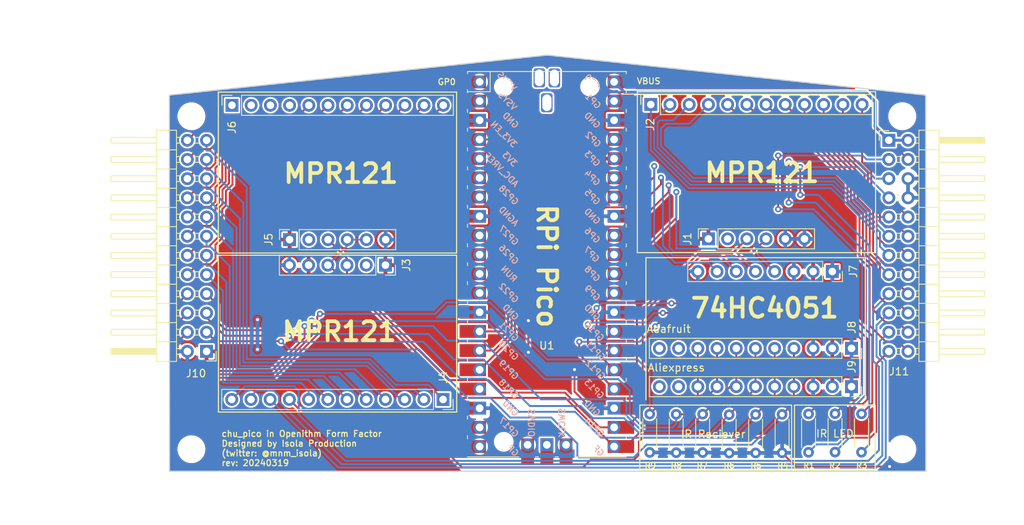
<source format=kicad_pcb>
(kicad_pcb (version 20221018) (generator pcbnew)
  (layers (0 "F.Cu" signal) (31 "B.Cu" signal) (34 "B.Paste" user) (35 "F.Paste" user) (36 "B.SilkS" user "B.Silkscreen") (37 "F.SilkS" user "F.Silkscreen") (38 "B.Mask" user) (39 "F.Mask" user) (44 "Edge.Cuts" user))
  (net 0 "")
  (net 1 "GND")
  (net 2 "/SDA")
  (net 3 "/SCL")
  (net 5 "+3V3")
  (net 6 "/K1")
  (net 7 "/K2")
  (net 8 "/K3")
  (net 9 "/K4")
  (net 10 "/K5")
  (net 11 "/K6")
  (net 12 "/K7")
  (net 13 "/K8")
  (net 14 "/K9")
  (net 15 "/K10")
  (net 16 "/K11")
  (net 17 "/K12")
  (net 19 "/K13")
  (net 20 "/K14")
  (net 21 "/K15")
  (net 22 "/K16")
  (net 23 "/K17")
  (net 24 "/K18")
  (net 25 "/K19")
  (net 26 "/K20")
  (net 27 "/K21")
  (net 28 "/K22")
  (net 29 "/K23")
  (net 30 "/K24")
  (net 32 "/K25")
  (net 33 "/K26")
  (net 34 "/K27")
  (net 35 "/K28")
  (net 36 "/K29")
  (net 37 "/K30")
  (net 38 "/K31")
  (net 39 "/K32")
  (net 44 "/MUX_2")
  (net 45 "/MUX_1")
  (net 46 "/MUX_0")
  (net 47 "/AIR_MUX_DATA")
  (net 50 "/AIR_5")
  (net 51 "/AIR_4")
  (net 52 "/AIR_3")
  (net 53 "/AIR_2")
  (net 54 "/AIR_1")
  (net 55 "/AIR_0")
  (net 58 "+5V")
  (net 59 "/LED_0_OUT")
  (net 60 "/RGB_DO")
  (net 61 "/LED_1_OUT")
  (net 62 "/LED_2_OUT")
  (net 63 "/LED_0")
  (net 64 "/LED_1")
  (net 65 "/LED_2")
  (footprint "Resistor_THT:R_Axial_DIN0204_L3.6mm_D1.6mm_P5.08mm_Horizontal" (layer "F.Cu") (at 160.71 102.9335 -90)
    (fp_text reference "R7")
    (fp_text value "R_AIR")
  )
  (footprint "Resistor_THT:R_Axial_DIN0204_L3.6mm_D1.6mm_P5.08mm_Horizontal" (layer "F.Cu") (at 178.21 107.95 90)
    (fp_text reference "R2")
    (fp_text value "33")
  )
  (footprint "Connector_PinHeader_2.54mm:PinHeader_2x12_P2.54mm_Horizontal" (layer "F.Cu") (at 95.12 94.6235 180)
    (fp_text reference "J10")
    (fp_text value "Conn_02x12_Odd_Even" hide)
  )
  (footprint "Connector_PinSocket_2.54mm:PinSocket_1x12_P2.54mm_Vertical" (layer "F.Cu") (at 126.39 100.986 -90)
    (fp_text reference "J4")
    (fp_text value "Conn_01x12" hide)
  )
  (footprint "Connector_PinSocket_2.54mm:PinSocket_1x12_P2.54mm_Vertical" (layer "F.Cu") (at 153.85 61.9535 90)
    (fp_text reference "J2")
    (fp_text value "Conn_01x12")
  )
  (footprint "Connector_PinSocket_2.54mm:PinSocket_1x11_P2.54mm_Vertical" (layer "F.Cu") (at 180.39 94.2225 -90)
    (fp_text reference "J8")
    (fp_text value "Conn_01x11" hide)
  )
  (footprint "MountingHole:MountingHole_3.2mm_M3" (layer "F.Cu") (at 187.1 107.569)
    (fp_text reference "SCR4" hide)
    (fp_text value "ScrewHole")
  )
  (footprint "Resistor_THT:R_Axial_DIN0204_L3.6mm_D1.6mm_P5.08mm_Horizontal" (layer "F.Cu") (at 171.21 102.96525 -90)
    (fp_text reference "R4")
    (fp_text value "R_AIR")
  )
  (footprint "Connector_PinSocket_2.54mm:PinSocket_1x06_P2.54mm_Vertical" (layer "F.Cu") (at 118.77 83.206 -90)
    (fp_text reference "J3")
    (fp_text value "Conn_01x06" hide)
  )
  (footprint "Connector_PinSocket_2.54mm:PinSocket_1x08_P2.54mm_Vertical" (layer "F.Cu") (at 177.85 84.0525 -90)
    (fp_text reference "J7")
    (fp_text value "Conn_01x08" hide)
  )
  (footprint "Connector_PinSocket_2.54mm:PinSocket_1x11_P2.54mm_Vertical" (layer "F.Cu") (at 180.39 99.2925 -90)
    (fp_text reference "J9")
    (fp_text value "Conn_01x11" hide)
  )
  (footprint "Resistor_THT:R_Axial_DIN0204_L3.6mm_D1.6mm_P5.08mm_Horizontal" (layer "F.Cu") (at 167.71 102.981125 -90)
    (fp_text reference "R5")
    (fp_text value "R_AIR")
  )
  (footprint "Connector_PinSocket_2.54mm:PinSocket_1x12_P2.54mm_Vertical" (layer "F.Cu") (at 98.48 62.0535 90)
    (fp_text reference "J6")
    (fp_text value "Conn_01x12" hide)
  )
  (footprint "Resistor_THT:R_Axial_DIN0204_L3.6mm_D1.6mm_P5.08mm_Horizontal" (layer "F.Cu") (at 174.71 107.98175 90)
    (fp_text reference "R1")
    (fp_text value "33")
  )
  (footprint "MountingHole:MountingHole_3.2mm_M3" (layer "F.Cu") (at 93.12 107.569)
    (fp_text reference "SCR1" hide)
    (fp_text value "ScrewHole")
  )
  (footprint "MountingHole:MountingHole_3.2mm_M3" (layer "F.Cu") (at 93.12 63.506)
    (fp_text reference "SCR2" hide)
    (fp_text value "ScrewHole")
  )
  (footprint "MCU_RaspberryPi_and_Boards:RPi_Pico_SMD_TH" (layer "F.Cu") (at 140.11 83.0885)
    (fp_text reference "U1")
    (fp_text value "Pico")
  )
  (footprint "Resistor_THT:R_Axial_DIN0204_L3.6mm_D1.6mm_P5.08mm_Horizontal" (layer "F.Cu") (at 181.71 107.965875 90)
    (fp_text reference "R3")
    (fp_text value "33")
  )
  (footprint "MountingHole:MountingHole_3.2mm_M3" (layer "F.Cu") (at 187.1 63.506)
    (fp_text reference "SCR3" hide)
    (fp_text value "ScrewHole")
  )
  (footprint "Resistor_THT:R_Axial_DIN0204_L3.6mm_D1.6mm_P5.08mm_Horizontal" (layer "F.Cu") (at 153.71 102.917625 -90)
    (fp_text reference "R9")
    (fp_text value "R_AIR")
  )
  (footprint "Connector_PinHeader_2.54mm:PinHeader_2x12_P2.54mm_Horizontal" (layer "F.Cu") (at 185.32 66.681)
    (fp_text reference "J11")
    (fp_text value "Conn_02x12_Odd_Even" hide)
  )
  (footprint "Connector_PinSocket_2.54mm:PinSocket_1x06_P2.54mm_Vertical" (layer "F.Cu") (at 161.47 79.7335 90)
    (fp_text reference "J1")
    (fp_text value "Conn_01x06" hide)
  )
  (footprint "Connector_PinSocket_2.54mm:PinSocket_1x06_P2.54mm_Vertical" (layer "F.Cu") (at 106.1 79.8335 90)
    (fp_text reference "J5")
    (fp_text value "Conn_01x06" hide)
  )
  (footprint "Resistor_THT:R_Axial_DIN0204_L3.6mm_D1.6mm_P5.08mm_Horizontal" (layer "F.Cu") (at 157.21 102.949375 -90)
    (fp_text reference "R8")
    (fp_text value "R_AIR")
  )
  (footprint "Resistor_THT:R_Axial_DIN0204_L3.6mm_D1.6mm_P5.08mm_Horizontal" (layer "F.Cu") (at 164.21 102.997 -90)
    (fp_text reference "R6")
    (fp_text value "R_AIR")
  )
  (gr_line (start 96.675 81.606) (end 96.675 60.306) (stroke (width 0.15)) (layer "F.SilkS"))
  (gr_line (start 128.19 102.656) (end 96.69 102.656) (stroke (width 0.15)) (layer "F.SilkS"))
  (gr_line (start 128.175 81.9035) (end 128.19 102.656) (stroke (width 0.15)) (layer "F.SilkS"))
  (gr_line (start 96.69 102.656) (end 96.675 81.9035) (stroke (width 0.15)) (layer "F.SilkS"))
  (gr_rect (start 152.4 101.727) (end 172.466 110.363) (stroke (width 0.15)) (fill none) (layer "F.SilkS"))
  (gr_line (start 153.21 82.2225) (end 182.21 82.2225) (stroke (width 0.15)) (layer "F.SilkS"))
  (gr_line (start 183.57 81.556) (end 152.07 81.556) (stroke (width 0.15)) (layer "F.SilkS"))
  (gr_rect (start 172.847 101.727) (end 183.515 110.363) (stroke (width 0.15)) (fill none) (layer "F.SilkS"))
  (gr_line (start 128.175 60.306) (end 128.175 81.606) (stroke (width 0.15)) (layer "F.SilkS"))
  (gr_line (start 183.57 60.256) (end 183.57 81.556) (stroke (width 0.15)) (layer "F.SilkS"))
  (gr_line (start 96.675 60.306) (end 128.175 60.306) (stroke (width 0.15)) (layer "F.SilkS"))
  (gr_line (start 128.175 81.606) (end 96.675 81.606) (stroke (width 0.15)) (layer "F.SilkS"))
  (gr_line (start 152.07 81.556) (end 152.07 60.256) (stroke (width 0.15)) (layer "F.SilkS"))
  (gr_line (start 153.21 101.0225) (end 153.21 82.2225) (stroke (width 0.15)) (layer "F.SilkS"))
  (gr_line (start 96.675 81.9035) (end 128.175 81.9035) (stroke (width 0.15)) (layer "F.SilkS"))
  (gr_line (start 182.21 101.0225) (end 182.21 82.2225) (stroke (width 0.15)) (layer "F.SilkS"))
  (gr_line (start 152.07 60.256) (end 183.57 60.256) (stroke (width 0.15)) (layer "F.SilkS"))
  (gr_line (start 90.2 60.7) (end 90.22 110.49) (stroke (width 0.15)) (layer "Edge.Cuts"))
  (gr_line (start 190.22 110.49) (end 190.2 60.7) (stroke (width 0.15)) (layer "Edge.Cuts"))
  (gr_line (start 140.17 55.406) (end 90.2 60.7) (stroke (width 0.15)) (layer "Edge.Cuts"))
  (gr_line (start 90.22 110.49) (end 190.22 110.49) (stroke (width 0.15)) (layer "Edge.Cuts"))
  (gr_line (start 140.17 55.406) (end 190.2 60.7) (stroke (width 0.15)) (layer "Edge.Cuts"))
  (gr_text "chu_pico in Openithm Form Factor\nDesigned by Isola Production\n(twitter: @mnm_isola)\nrev: 20240319" (at 97.028 109.855) (layer "F.SilkS") (effects (font (size 0.8 0.8) (thickness 0.15) bold) (justify left bottom)))
  (gr_text "IR LED" (at 175.61731 106.0975) (layer "F.SilkS") (effects (font (size 1 1)) (justify left bottom)))
  (gr_text "Aliexpress" (at 157.226 96.774) (layer "F.SilkS") (effects (font (size 1 1))))
  (gr_text "IR Reciever" (at 157.734 106.161) (layer "F.SilkS") (effects (font (size 1 1)) (justify left bottom)))
  (gr_text "Adafruit" (at 156.21 91.65) (layer "F.SilkS") (effects (font (size 1 1))))
  (gr_text "MPR121" (at 112.88 71.0785) (layer "F.SilkS") (effects (font (size 2.5 2.5) (thickness 0.5))))
  (gr_text "MPR121" (at 168.545 70.9785) (layer "F.SilkS") (effects (font (size 2.5 2.5) (thickness 0.5))))
  (gr_text "74HC4051" (at 168.91 88.9) (layer "F.SilkS") (effects (font (size 2.5 2.5) (thickness 0.5))))
  (gr_text "MPR121" (at 112.675 92.0035) (layer "F.SilkS") (effects (font (size 2.5 2.5) (thickness 0.5))))
  (gr_text "RPi Pico\n" (at 140.11 83.3335 270) (layer "F.SilkS") (effects (font (size 2.5 2.5) (thickness 0.5))))
  (segment (start 171.21 108.04525) (end 173.01975 109.855) (width 0.25) (layer "F.Cu") (net 1))
  (segment (start 149 102.1385) (end 145.9535 102.1385) (width 0.25) (layer "F.Cu") (net 1))
  (segment (start 137.668 94.742) (end 137.668 90.551) (width 0.25) (layer "F.Cu") (net 1))
  (segment (start 173.01975 109.855) (end 185.42 109.855) (width 0.25) (layer "F.Cu") (net 1))
  (segment (start 145.9535 102.1385) (end 143.764 99.949) (width 0.25) (layer "F.Cu") (net 1))
  (segment (start 143.764 99.949) (end 143.764 97.028) (width 0.25) (layer "F.Cu") (net 1))
  (via (at 185.42 109.855) (size 0.8) (drill 0.4) (layers "F.Cu" "B.Cu") (net 1))
  (via (at 137.668 94.742) (size 0.8) (drill 0.4) (layers "F.Cu" "B.Cu") (net 1))
  (via (at 143.764 97.028) (size 0.8) (drill 0.4) (layers "F.Cu" "B.Cu") (net 1))
  (via (at 137.668 90.551) (size 0.8) (drill 0.4) (layers "F.Cu" "B.Cu") (net 1))
  (segment (start 142.555 100.7735) (end 149 107.2185) (width 0.25) (layer "F.Cu") (net 2))
  (segment (start 111.271604 83.206) (end 128.143 100.077396) (width 0.25) (layer "F.Cu") (net 2))
  (segment (start 152.781 89.662) (end 160.332 82.111) (width 0.25) (layer "F.Cu") (net 2))
  (segment (start 111.15 83.206) (end 111.271604 83.206) (width 0.25) (layer "F.Cu") (net 2))
  (segment (start 128.143 100.7735) (end 142.555 100.7735) (width 0.25) (layer "F.Cu") (net 2))
  (segment (start 152.781 104.9645) (end 152.781 103.438194) (width 0.25) (layer "F.Cu") (net 2))
  (segment (start 152.781 102.397056) (end 152.781 89.662) (width 0.25) (layer "F.Cu") (net 2))
  (segment (start 160.332 82.111) (end 166.7125 82.111) (width 0.25) (layer "F.Cu") (net 2))
  (segment (start 150.527 107.2185) (end 152.781 104.9645) (width 0.25) (layer "F.Cu") (net 2))
  (segment (start 149 107.2185) (end 150.527 107.2185) (width 0.25) (layer "F.Cu") (net 2))
  (segment (start 152.781 103.438194) (end 152.685 103.342194) (width 0.25) (layer "F.Cu") (net 2))
  (segment (start 128.143 100.077396) (end 128.143 100.7735) (width 0.25) (layer "F.Cu") (net 2))
  (segment (start 152.685 103.342194) (end 152.685 102.493056) (width 0.25) (layer "F.Cu") (net 2))
  (segment (start 152.685 102.493056) (end 152.781 102.397056) (width 0.25) (layer "F.Cu") (net 2))
  (segment (start 166.7125 82.111) (end 169.09 79.7335) (width 0.25) (layer "F.Cu") (net 2))
  (segment (start 111.15 83.206) (end 113.72 80.636) (width 0.25) (layer "B.Cu") (net 2))
  (segment (start 113.72 79.8335) (end 116.26 79.8335) (width 0.25) (layer "B.Cu") (net 2))
  (segment (start 113.72 80.636) (end 113.72 79.8335) (width 0.25) (layer "B.Cu") (net 2))
  (segment (start 127.1255 98.4235) (end 113.69 84.988) (width 0.25) (layer "F.Cu") (net 3))
  (segment (start 152.235 101.308) (end 152.235 103.0535) (width 0.25) (layer "F.Cu") (net 3))
  (segment (start 113.69 82.3435) (end 113.69 83.206) (width 0.25) (layer "F.Cu") (net 3))
  (segment (start 149 104.6785) (end 147.09575 104.6785) (width 0.25) (layer "F.Cu") (net 3))
  (segment (start 164.6225 81.661) (end 160.145604 81.661) (width 0.25) (layer "F.Cu") (net 3))
  (segment (start 147.09575 104.6785) (end 142.49325 100.076) (width 0.25) (layer "F.Cu") (net 3))
  (segment (start 152.019 89.787604) (end 152.019 101.092) (width 0.25) (layer "F.Cu") (net 3))
  (segment (start 111.18 79.8335) (end 113.69 82.3435) (width 0.25) (layer "F.Cu") (net 3))
  (segment (start 166.55 79.7335) (end 164.6225 81.661) (width 0.25) (layer "F.Cu") (net 3))
  (segment (start 160.145604 81.661) (end 152.019 89.787604) (width 0.25) (layer "F.Cu") (net 3))
  (segment (start 134.0475 100.076) (end 132.395 98.4235) (width 0.25) (layer "F.Cu") (net 3))
  (segment (start 152.235 103.0535) (end 150.61 104.6785) (width 0.25) (layer "F.Cu") (net 3))
  (segment (start 113.69 84.988) (end 113.69 83.206) (width 0.25) (layer "F.Cu") (net 3))
  (segment (start 132.395 98.4235) (end 127.1255 98.4235) (width 0.25) (layer "F.Cu") (net 3))
  (segment (start 150.61 104.6785) (end 149 104.6785) (width 0.25) (layer "F.Cu") (net 3))
  (segment (start 142.49325 100.076) (end 134.0475 100.076) (width 0.25) (layer "F.Cu") (net 3))
  (segment (start 152.019 101.092) (end 152.235 101.308) (width 0.25) (layer "F.Cu") (net 3))
  (via (at 101.854 94.361) (size 0.8) (drill 0.4) (layers "F.Cu" "B.Cu") (net 5))
  (via (at 101.854 90.424) (size 0.8) (drill 0.4) (layers "F.Cu" "B.Cu") (net 5))
  (segment (start 101.854 90.424) (end 101.854 94.361) (width 0.5) (layer "B.Cu") (net 5))
  (segment (start 183.007 73.649701) (end 185.023299 75.666) (width 0.25) (layer "F.Cu") (net 6))
  (segment (start 186.685 75.666) (end 187.86 76.841) (width 0.25) (layer "F.Cu") (net 6))
  (segment (start 181.79 61.9535) (end 181.79 69.567916) (width 0.25) (layer "F.Cu") (net 6))
  (segment (start 185.023299 75.666) (end 186.685 75.666) (width 0.25) (layer "F.Cu") (net 6))
  (segment (start 183.007 70.784916) (end 183.007 73.649701) (width 0.25) (layer "F.Cu") (net 6))
  (segment (start 181.79 69.567916) (end 183.007 70.784916) (width 0.25) (layer "F.Cu") (net 6))
  (segment (start 186.685 78.206) (end 185.023299 78.206) (width 0.25) (layer "F.Cu") (net 7))
  (segment (start 182.557 70.971312) (end 179.25 67.664312) (width 0.25) (layer "F.Cu") (net 7))
  (segment (start 185.023299 78.206) (end 184.145 77.327701) (width 0.25) (layer "F.Cu") (net 7))
  (segment (start 187.86 79.381) (end 186.685 78.206) (width 0.25) (layer "F.Cu") (net 7))
  (segment (start 179.25 67.664312) (end 179.25 61.9535) (width 0.25) (layer "F.Cu") (net 7))
  (segment (start 184.145 75.424097) (end 182.557 73.836097) (width 0.25) (layer "F.Cu") (net 7))
  (segment (start 182.557 73.836097) (end 182.557 70.971312) (width 0.25) (layer "F.Cu") (net 7))
  (segment (start 184.145 77.327701) (end 184.145 75.424097) (width 0.25) (layer "F.Cu") (net 7))
  (segment (start 183.695 79.417701) (end 185.023299 80.746) (width 0.25) (layer "F.Cu") (net 8))
  (segment (start 186.685 80.746) (end 187.86 81.921) (width 0.25) (layer "F.Cu") (net 8))
  (segment (start 176.71 61.9535) (end 176.71 65.760708) (width 0.25) (layer "F.Cu") (net 8))
  (segment (start 183.695 75.610493) (end 183.695 79.417701) (width 0.25) (layer "F.Cu") (net 8))
  (segment (start 176.71 65.760708) (end 182.107 71.157708) (width 0.25) (layer "F.Cu") (net 8))
  (segment (start 185.023299 80.746) (end 186.685 80.746) (width 0.25) (layer "F.Cu") (net 8))
  (segment (start 182.107 74.022493) (end 183.695 75.610493) (width 0.25) (layer "F.Cu") (net 8))
  (segment (start 182.107 71.157708) (end 182.107 74.022493) (width 0.25) (layer "F.Cu") (net 8))
  (segment (start 174.17 61.9535) (end 174.17 63.857104) (width 0.25) (layer "F.Cu") (net 9))
  (segment (start 181.657 74.208889) (end 183.245 75.796889) (width 0.25) (layer "F.Cu") (net 9))
  (segment (start 183.245 81.507701) (end 185.023299 83.286) (width 0.25) (layer "F.Cu") (net 9))
  (segment (start 174.17 63.857104) (end 181.657 71.344104) (width 0.25) (layer "F.Cu") (net 9))
  (segment (start 181.657 71.344104) (end 181.657 74.208889) (width 0.25) (layer "F.Cu") (net 9))
  (segment (start 185.023299 83.286) (end 186.685 83.286) (width 0.25) (layer "F.Cu") (net 9))
  (segment (start 183.245 75.796889) (end 183.245 81.507701) (width 0.25) (layer "F.Cu") (net 9))
  (segment (start 186.685 83.286) (end 187.86 84.461) (width 0.25) (layer "F.Cu") (net 9))
  (segment (start 185.023299 85.826) (end 186.685 85.826) (width 0.25) (layer "F.Cu") (net 10))
  (segment (start 186.685 85.826) (end 187.86 87.001) (width 0.25) (layer "F.Cu") (net 10))
  (segment (start 171.63 61.9535) (end 181.207 71.5305) (width 0.25) (layer "F.Cu") (net 10))
  (segment (start 184.145 83.974299) (end 184.145 84.947701) (width 0.25) (layer "F.Cu") (net 10))
  (segment (start 182.795 75.983285) (end 182.795 81.694097) (width 0.25) (layer "F.Cu") (net 10))
  (segment (start 184.145 84.947701) (end 185.023299 85.826) (width 0.25) (layer "F.Cu") (net 10))
  (segment (start 184.15 83.049097) (end 184.15 83.969299) (width 0.25) (layer "F.Cu") (net 10))
  (segment (start 184.15 83.969299) (end 184.145 83.974299) (width 0.25) (layer "F.Cu") (net 10))
  (segment (start 181.207 71.5305) (end 181.207 74.395285) (width 0.25) (layer "F.Cu") (net 10))
  (segment (start 182.795 81.694097) (end 184.15 83.049097) (width 0.25) (layer "F.Cu") (net 10))
  (segment (start 181.207 74.395285) (end 182.795 75.983285) (width 0.25) (layer "F.Cu") (net 10))
  (segment (start 186.584 88.265) (end 187.86 89.541) (width 0.25) (layer "F.Cu") (net 11))
  (segment (start 180.757 74.581681) (end 182.345 76.169681) (width 0.25) (layer "F.Cu") (net 11))
  (segment (start 183.695 87.037701) (end 184.922299 88.265) (width 0.25) (layer "F.Cu") (net 11))
  (segment (start 183.695 83.238) (end 183.695 87.037701) (width 0.25) (layer "F.Cu") (net 11))
  (segment (start 184.922299 88.265) (end 186.584 88.265) (width 0.25) (layer "F.Cu") (net 11))
  (segment (start 182.345 76.169681) (end 182.345 81.888) (width 0.25) (layer "F.Cu") (net 11))
  (segment (start 174.647 65.681) (end 180.757 71.791) (width 0.25) (layer "F.Cu") (net 11))
  (segment (start 182.345 81.888) (end 183.695 83.238) (width 0.25) (layer "F.Cu") (net 11))
  (segment (start 169.09 61.9535) (end 172.8175 65.681) (width 0.25) (layer "F.Cu") (net 11))
  (segment (start 180.757 71.791) (end 180.757 74.581681) (width 0.25) (layer "F.Cu") (net 11))
  (segment (start 172.8175 65.681) (end 174.647 65.681) (width 0.25) (layer "F.Cu") (net 11))
  (segment (start 166.55 61.9535) (end 170.7275 66.131) (width 0.25) (layer "F.Cu") (net 12))
  (segment (start 174.460604 66.131) (end 180.307 71.977396) (width 0.25) (layer "F.Cu") (net 12))
  (segment (start 183.245 89.127701) (end 185.023299 90.906) (width 0.25) (layer "F.Cu") (net 12))
  (segment (start 181.895 76.356077) (end 181.895 82.074396) (width 0.25) (layer "F.Cu") (net 12))
  (segment (start 181.895 82.074396) (end 183.245 83.424396) (width 0.25) (layer "F.Cu") (net 12))
  (segment (start 170.7275 66.131) (end 174.460604 66.131) (width 0.25) (layer "F.Cu") (net 12))
  (segment (start 183.245 83.424396) (end 183.245 89.127701) (width 0.25) (layer "F.Cu") (net 12))
  (segment (start 180.307 74.768077) (end 181.895 76.356077) (width 0.25) (layer "F.Cu") (net 12))
  (segment (start 180.307 71.977396) (end 180.307 74.768077) (width 0.25) (layer "F.Cu") (net 12))
  (segment (start 185.023299 90.906) (end 186.685 90.906) (width 0.25) (layer "F.Cu") (net 12))
  (segment (start 186.685 90.906) (end 187.86 92.081) (width 0.25) (layer "F.Cu") (net 12))
  (segment (start 181.445 76.542473) (end 181.445 82.260792) (width 0.25) (layer "F.Cu") (net 13))
  (segment (start 182.795 91.217701) (end 184.922299 93.345) (width 0.25) (layer "F.Cu") (net 13))
  (segment (start 181.445 82.260792) (end 182.795 83.610792) (width 0.25) (layer "F.Cu") (net 13))
  (segment (start 174.15 66.581) (end 179.857 72.288) (width 0.25) (layer "F.Cu") (net 13))
  (segment (start 164.01 61.9535) (end 168.6375 66.581) (width 0.25) (layer "F.Cu") (net 13))
  (segment (start 182.795 83.610792) (end 182.795 91.217701) (width 0.25) (layer "F.Cu") (net 13))
  (segment (start 186.584 93.345) (end 187.86 94.621) (width 0.25) (layer "F.Cu") (net 13))
  (segment (start 168.6375 66.581) (end 174.15 66.581) (width 0.25) (layer "F.Cu") (net 13))
  (segment (start 184.922299 93.345) (end 186.584 93.345) (width 0.25) (layer "F.Cu") (net 13))
  (segment (start 179.857 72.288) (end 179.857 74.954473) (width 0.25) (layer "F.Cu") (net 13))
  (segment (start 179.857 74.954473) (end 181.445 76.542473) (width 0.25) (layer "F.Cu") (net 13))
  (segment (start 155.2 67.438812) (end 159.436188 71.675) (width 0.25) (layer "B.Cu") (net 14))
  (segment (start 155.2 65.145) (end 155.2 67.438812) (width 0.25) (layer "B.Cu") (net 14))
  (segment (start 161.47 61.9535) (end 158.93 64.4935) (width 0.25) (layer "B.Cu") (net 14))
  (segment (start 158.93 64.4935) (end 155.8515 64.4935) (width 0.25) (layer "B.Cu") (net 14))
  (segment (start 159.436188 71.675) (end 178.250396 71.675) (width 0.25) (layer "B.Cu") (net 14))
  (segment (start 155.8515 64.4935) (end 155.2 65.145) (width 0.25) (layer "B.Cu") (net 14))
  (segment (start 178.250396 71.675) (end 183.416396 76.841) (width 0.25) (layer "B.Cu") (net 14))
  (segment (start 183.416396 76.841) (end 185.32 76.841) (width 0.25) (layer "B.Cu") (net 14))
  (segment (start 159.249792 72.125) (end 178.064 72.125) (width 0.25) (layer "B.Cu") (net 15))
  (segment (start 155.0315 64.0435) (end 154.75 64.325) (width 0.25) (layer "B.Cu") (net 15))
  (segment (start 154.75 64.325) (end 154.75 67.625208) (width 0.25) (layer "B.Cu") (net 15))
  (segment (start 178.064 72.125) (end 185.32 79.381) (width 0.25) (layer "B.Cu") (net 15))
  (segment (start 158.93 61.9535) (end 156.84 64.0435) (width 0.25) (layer "B.Cu") (net 15))
  (segment (start 156.84 64.0435) (end 155.0315 64.0435) (width 0.25) (layer "B.Cu") (net 15))
  (segment (start 154.75 67.625208) (end 159.249792 72.125) (width 0.25) (layer "B.Cu") (net 15))
  (segment (start 154.3 64.0435) (end 154.3 67.811604) (width 0.25) (layer "B.Cu") (net 16))
  (segment (start 156.39 61.9535) (end 154.3 64.0435) (width 0.25) (layer "B.Cu") (net 16))
  (segment (start 184.145 78.842396) (end 184.145 80.746) (width 0.25) (layer "B.Cu") (net 16))
  (segment (start 154.3 67.811604) (end 159.063396 72.575) (width 0.25) (layer "B.Cu") (net 16))
  (segment (start 159.063396 72.575) (end 177.877604 72.575) (width 0.25) (layer "B.Cu") (net 16))
  (segment (start 184.145 80.746) (end 185.32 81.921) (width 0.25) (layer "B.Cu") (net 16))
  (segment (start 177.877604 72.575) (end 184.145 78.842396) (width 0.25) (layer "B.Cu") (net 16))
  (segment (start 153.85 67.998) (end 158.877 73.025) (width 0.25) (layer "B.Cu") (net 17))
  (segment (start 183.695 79.028792) (end 183.695 82.836) (width 0.25) (layer "B.Cu") (net 17))
  (segment (start 183.695 82.836) (end 185.32 84.461) (width 0.25) (layer "B.Cu") (net 17))
  (segment (start 158.877 73.025) (end 177.691208 73.025) (width 0.25) (layer "B.Cu") (net 17))
  (segment (start 153.85 61.9535) (end 153.85 67.998) (width 0.25) (layer "B.Cu") (net 17))
  (segment (start 177.691208 73.025) (end 183.695 79.028792) (width 0.25) (layer "B.Cu") (net 17))
  (segment (start 183.245 89.076) (end 183.245 95.885) (width 0.25) (layer "B.Cu") (net 19))
  (segment (start 184.012 107.707) (end 182.617 109.102) (width 0.25) (layer "B.Cu") (net 19))
  (segment (start 185.32 87.001) (end 183.245 89.076) (width 0.25) (layer "B.Cu") (net 19))
  (segment (start 107.315 102.997) (end 107.315 99.822) (width 0.25) (layer "B.Cu") (net 19))
  (segment (start 182.617 109.102) (end 113.42 109.102) (width 0.25) (layer "B.Cu") (net 19))
  (segment (start 106.738 99.245) (end 100.191 99.245) (width 0.25) (layer "B.Cu") (net 19))
  (segment (start 183.245 95.885) (end 184.012 96.652) (width 0.25) (layer "B.Cu") (net 19))
  (segment (start 113.42 109.102) (end 107.315 102.997) (width 0.25) (layer "B.Cu") (net 19))
  (segment (start 184.012 96.652) (end 184.012 107.707) (width 0.25) (layer "B.Cu") (net 19))
  (segment (start 100.191 99.245) (end 98.45 100.986) (width 0.25) (layer "B.Cu") (net 19))
  (segment (start 107.315 99.822) (end 106.738 99.245) (width 0.25) (layer "B.Cu") (net 19))
  (segment (start 185.32 89.541) (end 183.695 91.166) (width 0.25) (layer "B.Cu") (net 20))
  (segment (start 104.705 100.499299) (end 104.016701 99.811) (width 0.25) (layer "B.Cu") (net 20))
  (segment (start 183.695 91.166) (end 183.695 95.294097) (width 0.25) (layer "B.Cu") (net 20))
  (segment (start 184.462 108.4) (end 183.31 109.552) (width 0.25) (layer "B.Cu") (net 20))
  (segment (start 183.31 109.552) (end 112.974299 109.552) (width 0.25) (layer "B.Cu") (net 20))
  (segment (start 112.974299 109.552) (end 104.705 101.282701) (width 0.25) (layer "B.Cu") (net 20))
  (segment (start 101.738 99.811) (end 100.99 100.559) (width 0.25) (layer "B.Cu") (net 20))
  (segment (start 184.462 96.061097) (end 184.462 108.4) (width 0.25) (layer "B.Cu") (net 20))
  (segment (start 183.695 95.294097) (end 184.462 96.061097) (width 0.25) (layer "B.Cu") (net 20))
  (segment (start 104.705 101.282701) (end 104.705 100.499299) (width 0.25) (layer "B.Cu") (net 20))
  (segment (start 104.016701 99.811) (end 101.738 99.811) (width 0.25) (layer "B.Cu") (net 20))
  (segment (start 100.99 100.559) (end 100.99 100.986) (width 0.25) (layer "B.Cu") (net 20))
  (segment (start 185.32 92.081) (end 184.145 93.256) (width 0.25) (layer "B.Cu") (net 21))
  (segment (start 183.622 110.002) (end 112.546 110.002) (width 0.25) (layer "B.Cu") (net 21))
  (segment (start 184.145 93.256) (end 184.145 95.107701) (width 0.25) (layer "B.Cu") (net 21))
  (segment (start 112.546 110.002) (end 103.53 100.986) (width 0.25) (layer "B.Cu") (net 21))
  (segment (start 184.912 95.874701) (end 184.912 108.712) (width 0.25) (layer "B.Cu") (net 21))
  (segment (start 184.145 95.107701) (end 184.912 95.874701) (width 0.25) (layer "B.Cu") (net 21))
  (segment (start 184.912 108.712) (end 183.622 110.002) (width 0.25) (layer "B.Cu") (net 21))
  (segment (start 183.6585 105.2665) (end 182.88 106.045) (width 0.25) (layer "F.Cu") (net 22))
  (segment (start 128.8865 109.9635) (end 127.635 108.712) (width 0.25) (layer "F.Cu") (net 22))
  (segment (start 107.446 102.362) (end 106.07 100.986) (width 0.25) (layer "F.Cu") (net 22))
  (segment (start 126.238 102.362) (end 107.446 102.362) (width 0.25) (layer "F.Cu") (net 22))
  (segment (start 185.32 94.621) (end 183.6585 96.2825) (width 0.25) (layer "F.Cu") (net 22))
  (segment (start 182.88 106.045) (end 152.781 106.045) (width 0.25) (layer "F.Cu") (net 22))
  (segment (start 152.781 106.045) (end 152.273 106.553) (width 0.25) (layer "F.Cu") (net 22))
  (segment (start 183.6585 96.2825) (end 183.6585 105.2665) (width 0.25) (layer "F.Cu") (net 22))
  (segment (start 151.638 108.966) (end 145.9045 108.966) (width 0.25) (layer "F.Cu") (net 22))
  (segment (start 152.273 106.553) (end 152.273 108.331) (width 0.25) (layer "F.Cu") (net 22))
  (segment (start 127.635 108.712) (end 127.635 103.759) (width 0.25) (layer "F.Cu") (net 22))
  (segment (start 127.635 103.759) (end 126.238 102.362) (width 0.25) (layer "F.Cu") (net 22))
  (segment (start 152.273 108.331) (end 151.638 108.966) (width 0.25) (layer "F.Cu") (net 22))
  (segment (start 145.9045 108.966) (end 144.907 109.9635) (width 0.25) (layer "F.Cu") (net 22))
  (segment (start 144.907 109.9635) (end 128.8865 109.9635) (width 0.25) (layer "F.Cu") (net 22))
  (segment (start 108.61 99.783919) (end 108.61 100.986) (width 0.25) (layer "B.Cu") (net 23))
  (segment (start 107.621081 98.795) (end 108.61 99.783919) (width 0.25) (layer "B.Cu") (net 23))
  (segment (start 95.12 84.4635) (end 97.282 86.6255) (width 0.25) (layer "B.Cu") (net 23))
  (segment (start 99.993604 98.806) (end 100.004604 98.795) (width 0.25) (layer "B.Cu") (net 23))
  (segment (start 97.282 98.806) (end 99.993604 98.806) (width 0.25) (layer "B.Cu") (net 23))
  (segment (start 97.282 86.6255) (end 97.282 98.806) (width 0.25) (layer "B.Cu") (net 23))
  (segment (start 100.004604 98.795) (end 107.621081 98.795) (width 0.25) (layer "B.Cu") (net 23))
  (segment (start 97.732 98.345) (end 108.509 98.345) (width 0.25) (layer "B.Cu") (net 24))
  (segment (start 108.509 98.345) (end 111.15 100.986) (width 0.25) (layer "B.Cu") (net 24))
  (segment (start 95.12 83.2885) (end 95.606701 83.2885) (width 0.25) (layer "B.Cu") (net 24))
  (segment (start 95.606701 83.2885) (end 97.732 85.413799) (width 0.25) (layer "B.Cu") (net 24))
  (segment (start 97.732 85.413799) (end 97.732 98.345) (width 0.25) (layer "B.Cu") (net 24))
  (segment (start 95.12 81.9235) (end 95.12 83.2885) (width 0.25) (layer "B.Cu") (net 24))
  (segment (start 98.182 83.323799) (end 98.182 97.895) (width 0.25) (layer "B.Cu") (net 25))
  (segment (start 95.12 79.3835) (end 95.12 80.7485) (width 0.25) (layer "B.Cu") (net 25))
  (segment (start 95.12 80.7485) (end 95.606701 80.7485) (width 0.25) (layer "B.Cu") (net 25))
  (segment (start 98.182 97.895) (end 110.599 97.895) (width 0.25) (layer "B.Cu") (net 25))
  (segment (start 95.606701 80.7485) (end 98.182 83.323799) (width 0.25) (layer "B.Cu") (net 25))
  (segment (start 110.599 97.895) (end 113.69 100.986) (width 0.25) (layer "B.Cu") (net 25))
  (segment (start 98.632 81.233799) (end 98.632 97.445) (width 0.25) (layer "B.Cu") (net 26))
  (segment (start 95.606701 78.2085) (end 98.632 81.233799) (width 0.25) (layer "B.Cu") (net 26))
  (segment (start 95.12 78.2085) (end 95.606701 78.2085) (width 0.25) (layer "B.Cu") (net 26))
  (segment (start 112.689 97.445) (end 116.23 100.986) (width 0.25) (layer "B.Cu") (net 26))
  (segment (start 98.632 97.445) (end 112.689 97.445) (width 0.25) (layer "B.Cu") (net 26))
  (segment (start 95.12 76.8435) (end 95.12 78.2085) (width 0.25) (layer "B.Cu") (net 26))
  (segment (start 99.082 96.995) (end 114.779 96.995) (width 0.25) (layer "B.Cu") (net 27))
  (segment (start 99.082 78.2655) (end 99.082 96.995) (width 0.25) (layer "B.Cu") (net 27))
  (segment (start 95.12 74.3035) (end 99.082 78.2655) (width 0.25) (layer "B.Cu") (net 27))
  (segment (start 114.779 96.995) (end 118.77 100.986) (width 0.25) (layer "B.Cu") (net 27))
  (segment (start 99.532 77.053799) (end 99.532 96.545) (width 0.25) (layer "B.Cu") (net 28))
  (segment (start 99.532 96.545) (end 116.354208 96.545) (width 0.25) (layer "B.Cu") (net 28))
  (segment (start 95.606701 73.1285) (end 99.532 77.053799) (width 0.25) (layer "B.Cu") (net 28))
  (segment (start 95.12 73.1285) (end 95.606701 73.1285) (width 0.25) (layer "B.Cu") (net 28))
  (segment (start 120.795208 100.986) (end 121.31 100.986) (width 0.25) (layer "B.Cu") (net 28))
  (segment (start 116.354208 96.545) (end 120.795208 100.986) (width 0.25) (layer "B.Cu") (net 28))
  (segment (start 95.12 71.7635) (end 95.12 73.1285) (width 0.25) (layer "B.Cu") (net 28))
  (segment (start 95.12 70.5885) (end 95.606701 70.5885) (width 0.25) (layer "B.Cu") (net 29))
  (segment (start 95.12 69.2235) (end 95.12 70.5885) (width 0.25) (layer "B.Cu") (net 29))
  (segment (start 116.540604 96.095) (end 120.135 99.689396) (width 0.25) (layer "B.Cu") (net 29))
  (segment (start 99.982 96.095) (end 116.540604 96.095) (width 0.25) (layer "B.Cu") (net 29))
  (segment (start 99.982 74.963799) (end 99.982 96.095) (width 0.25) (layer "B.Cu") (net 29))
  (segment (start 95.606701 70.5885) (end 99.982 74.963799) (width 0.25) (layer "B.Cu") (net 29))
  (segment (start 120.135 99.689396) (end 122.553396 99.689396) (width 0.25) (layer "B.Cu") (net 29))
  (segment (start 122.553396 99.689396) (end 123.85 100.986) (width 0.25) (layer "B.Cu") (net 29))
  (segment (start 95.12 68.0485) (end 95.606701 68.0485) (width 0.25) (layer "B.Cu") (net 30))
  (segment (start 100.432 95.645) (end 116.727 95.645) (width 0.25) (layer "B.Cu") (net 30))
  (segment (start 100.432 72.873799) (end 100.432 95.645) (width 0.25) (layer "B.Cu") (net 30))
  (segment (start 95.606701 68.0485) (end 100.432 72.873799) (width 0.25) (layer "B.Cu") (net 30))
  (segment (start 124.457 99.053) (end 126.39 100.986) (width 0.25) (layer "B.Cu") (net 30))
  (segment (start 116.727 95.645) (end 120.135 99.053) (width 0.25) (layer "B.Cu") (net 30))
  (segment (start 120.135 99.053) (end 124.457 99.053) (width 0.25) (layer "B.Cu") (net 30))
  (segment (start 95.12 66.6835) (end 95.12 68.0485) (width 0.25) (layer "B.Cu") (net 30))
  (segment (start 96.295 82.410201) (end 96.295 80.506597) (width 0.25) (layer "F.Cu") (net 32))
  (segment (start 98.545 72.545785) (end 98.545 69.223396) (width 0.25) (layer "F.Cu") (net 32))
  (segment (start 94.633299 83.0985) (end 95.606701 83.0985) (width 0.25) (layer "F.Cu") (net 32))
  (segment (start 92.58 84.4635) (end 94.28915 82.75435) (width 0.25) (layer "F.Cu") (net 32))
  (segment (start 95.606701 83.0985) (end 96.295 82.410201) (width 0.25) (layer "F.Cu") (net 32))
  (segment (start 99.061396 68.707) (end 119.7665 68.707) (width 0.25) (layer "F.Cu") (net 32))
  (segment (start 97.674 73.416785) (end 98.545 72.545785) (width 0.25) (layer "F.Cu") (net 32))
  (segment (start 98.545 69.223396) (end 99.061396 68.707) (width 0.25) (layer "F.Cu") (net 32))
  (segment (start 94.28915 82.75435) (end 94.633299 83.0985) (width 0.25) (layer "F.Cu") (net 32))
  (segment (start 97.674 75.320389) (end 97.674 73.416785) (width 0.25) (layer "F.Cu") (net 32))
  (segment (start 97.195 75.799389) (end 97.674 75.320389) (width 0.25) (layer "F.Cu") (net 32))
  (segment (start 97.195 79.606597) (end 97.195 75.799389) (width 0.25) (layer "F.Cu") (net 32))
  (segment (start 96.295 80.506597) (end 97.195 79.606597) (width 0.25) (layer "F.Cu") (net 32))
  (segment (start 119.7665 68.707) (end 126.42 62.0535) (width 0.25) (layer "F.Cu") (net 32))
  (segment (start 96.745 79.420201) (end 95.416701 80.7485) (width 0.25) (layer "F.Cu") (net 33))
  (segment (start 98.095 69.037) (end 98.095 72.359389) (width 0.25) (layer "F.Cu") (net 33))
  (segment (start 97.224 75.133993) (end 96.745 75.612993) (width 0.25) (layer "F.Cu") (net 33))
  (segment (start 98.095 72.359389) (end 97.224 73.230389) (width 0.25) (layer "F.Cu") (net 33))
  (segment (start 123.88 62.0535) (end 117.725 68.2085) (width 0.25) (layer "F.Cu") (net 33))
  (segment (start 96.745 75.612993) (end 96.745 79.420201) (width 0.25) (layer "F.Cu") (net 33))
  (segment (start 95.416701 80.7485) (end 93.755 80.7485) (width 0.25) (layer "F.Cu") (net 33))
  (segment (start 98.9235 68.2085) (end 98.095 69.037) (width 0.25) (layer "F.Cu") (net 33))
  (segment (start 97.224 73.230389) (end 97.224 75.133993) (width 0.25) (layer "F.Cu") (net 33))
  (segment (start 93.755 80.7485) (end 92.58 81.9235) (width 0.25) (layer "F.Cu") (net 33))
  (segment (start 117.725 68.2085) (end 98.9235 68.2085) (width 0.25) (layer "F.Cu") (net 33))
  (segment (start 97.645 72.172993) (end 97.645 68.600792) (width 0.25) (layer "F.Cu") (net 34))
  (segment (start 96.295 77.330201) (end 96.295 75.426597) (width 0.25) (layer "F.Cu") (net 34))
  (segment (start 94.633299 78.0185) (end 95.606701 78.0185) (width 0.25) (layer "F.Cu") (net 34))
  (segment (start 115.635 67.7585) (end 121.34 62.0535) (width 0.25) (layer "F.Cu") (net 34))
  (segment (start 92.58 79.3835) (end 94.28915 77.67435) (width 0.25) (layer "F.Cu") (net 34))
  (segment (start 96.774 74.947597) (end 96.774 73.043993) (width 0.25) (layer "F.Cu") (net 34))
  (segment (start 96.774 73.043993) (end 97.645 72.172993) (width 0.25) (layer "F.Cu") (net 34))
  (segment (start 98.487292 67.7585) (end 115.635 67.7585) (width 0.25) (layer "F.Cu") (net 34))
  (segment (start 97.645 68.600792) (end 98.487292 67.7585) (width 0.25) (layer "F.Cu") (net 34))
  (segment (start 95.606701 78.0185) (end 96.295 77.330201) (width 0.25) (layer "F.Cu") (net 34))
  (segment (start 94.28915 77.67435) (end 94.633299 78.0185) (width 0.25) (layer "F.Cu") (net 34))
  (segment (start 96.295 75.426597) (end 96.774 74.947597) (width 0.25) (layer "F.Cu") (net 34))
  (segment (start 94.28915 75.13435) (end 94.633299 75.4785) (width 0.25) (layer "F.Cu") (net 35))
  (segment (start 98.300896 67.3085) (end 113.545 67.3085) (width 0.25) (layer "F.Cu") (net 35))
  (segment (start 95.606701 75.4785) (end 96.295 74.790201) (width 0.25) (layer "F.Cu") (net 35))
  (segment (start 97.195 68.414396) (end 98.300896 67.3085) (width 0.25) (layer "F.Cu") (net 35))
  (segment (start 94.633299 75.4785) (end 95.606701 75.4785) (width 0.25) (layer "F.Cu") (net 35))
  (segment (start 97.195 71.986597) (end 97.195 68.414396) (width 0.25) (layer "F.Cu") (net 35))
  (segment (start 96.295 74.790201) (end 96.295 72.886597) (width 0.25) (layer "F.Cu") (net 35))
  (segment (start 113.545 67.3085) (end 118.8 62.0535) (width 0.25) (layer "F.Cu") (net 35))
  (segment (start 96.295 72.886597) (end 97.195 71.986597) (width 0.25) (layer "F.Cu") (net 35))
  (segment (start 92.58 76.8435) (end 94.28915 75.13435) (width 0.25) (layer "F.Cu") (net 35))
  (segment (start 96.295 72.250201) (end 96.295 70.346597) (width 0.25) (layer "F.Cu") (net 36))
  (segment (start 95.606701 72.9385) (end 96.295 72.250201) (width 0.25) (layer "F.Cu") (net 36))
  (segment (start 96.295 70.346597) (end 96.745 69.896597) (width 0.25) (layer "F.Cu") (net 36))
  (segment (start 98.1145 66.8585) (end 111.455 66.8585) (width 0.25) (layer "F.Cu") (net 36))
  (segment (start 94.28915 72.59435) (end 94.633299 72.9385) (width 0.25) (layer "F.Cu") (net 36))
  (segment (start 111.455 66.8585) (end 116.26 62.0535) (width 0.25) (layer "F.Cu") (net 36))
  (segment (start 96.745 68.228) (end 98.1145 66.8585) (width 0.25) (layer "F.Cu") (net 36))
  (segment (start 96.745 69.896597) (end 96.745 68.228) (width 0.25) (layer "F.Cu") (net 36))
  (segment (start 92.58 74.3035) (end 94.28915 72.59435) (width 0.25) (layer "F.Cu") (net 36))
  (segment (start 94.633299 72.9385) (end 95.606701 72.9385) (width 0.25) (layer "F.Cu") (net 36))
  (segment (start 94.633299 70.3985) (end 95.606701 70.3985) (width 0.25) (layer "F.Cu") (net 37))
  (segment (start 109.365 66.4085) (end 113.72 62.0535) (width 0.25) (layer "F.Cu") (net 37))
  (segment (start 95.606701 70.3985) (end 96.295 69.710201) (width 0.25) (layer "F.Cu") (net 37))
  (segment (start 94.28915 70.05435) (end 94.633299 70.3985) (width 0.25) (layer "F.Cu") (net 37))
  (segment (start 96.295 69.710201) (end 96.295 67.806597) (width 0.25) (layer "F.Cu") (net 37))
  (segment (start 97.693097 66.4085) (end 109.365 66.4085) (width 0.25) (layer "F.Cu") (net 37))
  (segment (start 96.295 67.806597) (end 97.693097 66.4085) (width 0.25) (layer "F.Cu") (net 37))
  (segment (start 92.58 71.7635) (end 94.28915 70.05435) (width 0.25) (layer "F.Cu") (net 37))
  (segment (start 107.275 65.9585) (end 111.18 62.0535) (width 0.25) (layer "F.Cu") (net 38))
  (segment (start 95.606701 67.8585) (end 97.506701 65.9585) (width 0.25) (layer "F.Cu") (net 38))
  (segment (start 94.28915 67.51435) (end 94.633299 67.8585) (width 0.25) (layer "F.Cu") (net 38))
  (segment (start 92.58 69.2235) (end 94.28915 67.51435) (width 0.25) (layer "F.Cu") (net 38))
  (segment (start 97.506701 65.9585) (end 107.275 65.9585) (width 0.25) (layer "F.Cu") (net 38))
  (segment (start 94.633299 67.8585) (end 95.606701 67.8585) (width 0.25) (layer "F.Cu") (net 38))
  (segment (start 93.755 65.5085) (end 105.185 65.5085) (width 0.25) (layer "F.Cu") (net 39))
  (segment (start 92.58 66.6835) (end 93.755 65.5085) (width 0.25) (layer "F.Cu") (net 39))
  (segment (start 105.185 65.5085) (end 108.64 62.0535) (width 0.25) (layer "F.Cu") (net 39))
  (segment (start 152.7825 73.0235) (end 147.825 73.0235) (width 0.25) (layer "F.Cu") (net 44))
  (segment (start 134.5895 91.9785) (end 131.22 91.9785) (width 0.25) (layer "F.Cu") (net 44))
  (segment (start 134.99 87.768) (end 134.99 91.578) (width 0.25) (layer "F.Cu") (net 44))
  (segment (start 147.375 73.4735) (end 147.375 75.383) (width 0.25) (layer "F.Cu") (net 44))
  (segment (start 147.375 75.383) (end 134.99 87.768) (width 0.25) (layer "F.Cu") (net 44))
  (segment (start 147.825 73.0235) (end 147.375 73.4735) (width 0.25) (layer "F.Cu") (net 44))
  (segment (start 134.99 91.578) (end 134.5895 91.9785) (width 0.25) (layer "F.Cu") (net 44))
  (segment (start 154.305 71.501) (end 152.7825 73.0235) (width 0.25) (layer "F.Cu") (net 44))
  (segment (start 154.305 70.104) (end 154.305 71.501) (width 0.25) (layer "F.Cu") (net 44))
  (via (at 154.305 70.104) (size 0.8) (drill 0.4) (layers "F.Cu" "B.Cu") (net 44))
  (segment (start 157.042708 82.8775) (end 161.435 82.8775) (width 0.25) (layer "B.Cu") (net 44))
  (segment (start 154.305 80.139792) (end 157.042708 82.8775) (width 0.25) (layer "B.Cu") (net 44))
  (segment (start 154.305 70.104) (end 154.305 80.139792) (width 0.25) (layer "B.Cu") (net 44))
  (segment (start 161.435 82.8775) (end 162.61 84.0525) (width 0.25) (layer "B.Cu") (net 44))
  (segment (start 155.194 71.628) (end 155.194 72.517) (width 0.25) (layer "F.Cu") (net 45))
  (segment (start 135.44 92.202104) (end 133.123604 94.5185) (width 0.25) (layer "F.Cu") (net 45))
  (segment (start 147.825 75.569396) (end 135.44 87.954396) (width 0.25) (layer "F.Cu") (net 45))
  (segment (start 133.123604 94.5185) (end 131.22 94.5185) (width 0.25) (layer "F.Cu") (net 45))
  (segment (start 135.44 87.954396) (end 135.44 92.202104) (width 0.25) (layer "F.Cu") (net 45))
  (segment (start 147.825 75.5635) (end 147.825 75.569396) (width 0.25) (layer "F.Cu") (net 45))
  (segment (start 155.194 72.517) (end 152.1475 75.5635) (width 0.25) (layer "F.Cu") (net 45))
  (segment (start 152.1475 75.5635) (end 147.825 75.5635) (width 0.25) (layer "F.Cu") (net 45))
  (via (at 155.194 71.628) (size 0.8) (drill 0.4) (layers "F.Cu" "B.Cu") (net 45))
  (segment (start 163.0235 81.926) (end 165.15 84.0525) (width 0.25) (layer "B.Cu") (net 45))
  (segment (start 155.194 71.628) (end 155.448 71.882) (width 0.25) (layer "B.Cu") (net 45))
  (segment (start 156.727604 81.926) (end 163.0235 81.926) (width 0.25) (layer "B.Cu") (net 45))
  (segment (start 155.448 71.882) (end 155.448 80.646396) (width 0.25) (layer "B.Cu") (net 45))
  (segment (start 155.448 80.646396) (end 156.727604 81.926) (width 0.25) (layer "B.Cu") (net 45))
  (segment (start 135.89 92.3885) (end 131.22 97.0585) (width 0.25) (layer "F.Cu") (net 46))
  (segment (start 156.21 72.644) (end 156.21 73.533) (width 0.25) (layer "F.Cu") (net 46))
  (segment (start 151.6395 78.1035) (end 145.927292 78.1035) (width 0.25) (layer "F.Cu") (net 46))
  (segment (start 145.927292 78.1035) (end 135.89 88.140792) (width 0.25) (layer "F.Cu") (net 46))
  (segment (start 156.21 73.533) (end 151.6395 78.1035) (width 0.25) (layer "F.Cu") (net 46))
  (segment (start 135.89 88.140792) (end 135.89 92.3885) (width 0.25) (layer "F.Cu") (net 46))
  (via (at 156.21 72.644) (size 0.8) (drill 0.4) (layers "F.Cu" "B.Cu") (net 46))
  (segment (start 156.337 80.899) (end 156.914 81.476) (width 0.25) (layer "B.Cu") (net 46))
  (segment (start 156.21 72.644) (end 156.337 72.771) (width 0.25) (layer "B.Cu") (net 46))
  (segment (start 165.1135 81.476) (end 167.69 84.0525) (width 0.25) (layer "B.Cu") (net 46))
  (segment (start 156.337 72.771) (end 156.337 80.899) (width 0.25) (layer "B.Cu") (net 46))
  (segment (start 156.914 81.476) (end 165.1135 81.476) (width 0.25) (layer "B.Cu") (net 46))
  (segment (start 152.3695 81.8185) (end 149 81.8185) (width 0.25) (layer "F.Cu") (net 47))
  (segment (start 157.226 76.962) (end 152.3695 81.8185) (width 0.25) (layer "F.Cu") (net 47))
  (segment (start 157.226 73.533) (end 157.226 76.962) (width 0.25) (layer "F.Cu") (net 47))
  (via (at 157.226 73.533) (size 0.8) (drill 0.4) (layers "F.Cu" "B.Cu") (net 47))
  (segment (start 157.226 73.533) (end 157.226 81.026) (width 0.25) (layer "B.Cu") (net 47))
  (segment (start 167.2035 81.026) (end 170.23 84.0525) (width 0.25) (layer "B.Cu") (net 47))
  (segment (start 157.226 81.026) (end 167.2035 81.026) (width 0.25) (layer "B.Cu") (net 47))
  (segment (start 109.7555 90.0155) (end 109.7555 92.431292) (width 0.25) (layer "F.Cu") (net 50))
  (segment (start 90.424 89.1595) (end 92.58 87.0035) (width 0.25) (layer "F.Cu") (net 50))
  (segment (start 92.017 98.113) (end 90.424 96.52) (width 0.25) (layer "F.Cu") (net 50))
  (segment (start 90.424 96.52) (end 90.424 89.1595) (width 0.25) (layer "F.Cu") (net 50))
  (segment (start 110.109 89.662) (end 109.7555 90.0155) (width 0.25) (layer "F.Cu") (net 50))
  (segment (start 160.07 99.2925) (end 160.07 100.534) (width 0.25) (layer "F.Cu") (net 50))
  (segment (start 160.07 94.2225) (end 160.07 99.2925) (width 0.25) (layer "F.Cu") (net 50))
  (segment (start 155.408625 101.219) (end 153.71 102.917625) (width 0.25) (layer "F.Cu") (net 50))
  (segment (start 159.385 101.219) (end 155.408625 101.219) (width 0.25) (layer "F.Cu") (net 50))
  (segment (start 160.07 100.534) (end 159.385 101.219) (width 0.25) (layer "F.Cu") (net 50))
  (segment (start 109.7555 92.431292) (end 104.073792 98.113) (width 0.25) (layer "F.Cu") (net 50))
  (segment (start 104.073792 98.113) (end 92.017 98.113) (width 0.25) (layer "F.Cu") (net 50))
  (via (at 110.109 89.662) (size 0.8) (drill 0.4) (layers "F.Cu" "B.Cu") (net 50))
  (segment (start 153.71 97.322) (end 152.0815 95.6935) (width 0.25) (layer "B.Cu") (net 50))
  (segment (start 132.588 88.138) (end 126.873 88.138) (width 0.25) (layer "B.Cu") (net 50))
  (segment (start 125.349 89.662) (end 110.109 89.662) (width 0.25) (layer "B.Cu") (net 50))
  (segment (start 152.0815 95.6935) (end 140.1435 95.6935) (width 0.25) (layer "B.Cu") (net 50))
  (segment (start 126.873 88.138) (end 125.349 89.662) (width 0.25) (layer "B.Cu") (net 50))
  (segment (start 153.71 102.917625) (end 153.71 97.322) (width 0.25) (layer "B.Cu") (net 50))
  (segment (start 140.1435 95.6935) (end 132.588 88.138) (width 0.25) (layer "B.Cu") (net 50))
  (segment (start 158.953125 102.949375) (end 162.61 99.2925) (width 0.25) (layer "F.Cu") (net 51))
  (segment (start 103.887396 97.663) (end 109.0305 92.519896) (width 0.25) (layer "F.Cu") (net 51))
  (segment (start 90.874 91.2495) (end 90.874 96.333604) (width 0.25) (layer "F.Cu") (net 51))
  (segment (start 109.0305 92.519896) (end 109.0305 90.5515) (width 0.25) (layer "F.Cu") (net 51))
  (segment (start 162.61 99.2925) (end 162.61 94.2225) (width 0.25) (layer "F.Cu") (net 51))
  (segment (start 90.874 96.333604) (end 92.203396 97.663) (width 0.25) (layer "F.Cu") (net 51))
  (segment (start 157.21 102.949375) (end 158.953125 102.949375) (width 0.25) (layer "F.Cu") (net 51))
  (segment (start 92.58 89.5435) (end 90.874 91.2495) (width 0.25) (layer "F.Cu") (net 51))
  (segment (start 92.203396 97.663) (end 103.887396 97.663) (width 0.25) (layer "F.Cu") (net 51))
  (via (at 109.0305 90.5515) (size 0.8) (drill 0.4) (layers "F.Cu" "B.Cu") (net 51))
  (segment (start 151.072 99.818799) (end 151.072 102.937604) (width 0.25) (layer "B.Cu") (net 51))
  (segment (start 151.072 102.937604) (end 152.827896 104.6935) (width 0.25) (layer "B.Cu") (net 51))
  (segment (start 152.827896 104.6935) (end 156.718 104.6935) (width 0.25) (layer "B.Cu") (net 51))
  (segment (start 109.0925 90.6135) (end 132.1425 90.6135) (width 0.25) (layer "B.Cu") (net 51))
  (segment (start 157.21 104.2015) (end 157.21 102.949375) (width 0.25) (layer "B.Cu") (net 51))
  (segment (start 132.1425 90.6135) (end 139.827 98.298) (width 0.25) (layer "B.Cu") (net 51))
  (segment (start 156.718 104.6935) (end 157.21 104.2015) (width 0.25) (layer "B.Cu") (net 51))
  (segment (start 139.827 98.298) (end 149.551201 98.298) (width 0.25) (layer "B.Cu") (net 51))
  (segment (start 149.551201 98.298) (end 151.072 99.818799) (width 0.25) (layer "B.Cu") (net 51))
  (segment (start 160.71 102.9335) (end 164.351 99.2925) (width 0.25) (layer "F.Cu") (net 52))
  (segment (start 103.701 97.213) (end 92.389792 97.213) (width 0.25) (layer "F.Cu") (net 52))
  (segment (start 91.324 93.3395) (end 92.58 92.0835) (width 0.25) (layer "F.Cu") (net 52))
  (segment (start 92.389792 97.213) (end 91.324 96.147208) (width 0.25) (layer "F.Cu") (net 52))
  (segment (start 108.077 92.837) (end 103.701 97.213) (width 0.25) (layer "F.Cu") (net 52))
  (segment (start 108.077 91.276) (end 108.077 92.837) (width 0.25) (layer "F.Cu") (net 52))
  (segment (start 165.15 94.2225) (end 165.15 99.2925) (width 0.25) (layer "F.Cu") (net 52))
  (segment (start 91.324 96.147208) (end 91.324 93.3395) (width 0.25) (layer "F.Cu") (net 52))
  (segment (start 164.351 99.2925) (end 165.15 99.2925) (width 0.25) (layer "F.Cu") (net 52))
  (via (at 108.077 91.276) (size 0.8) (drill 0.4) (layers "F.Cu" "B.Cu") (net 52))
  (segment (start 150.175 100.9635) (end 143.383 100.9635) (width 0.25) (layer "B.Cu") (net 52))
  (segment (start 127 93.218) (end 131.581201 93.218) (width 0.25) (layer "B.Cu") (net 52))
  (segment (start 152.6415 105.1435) (end 150.622 103.124) (width 0.25) (layer "B.Cu") (net 52))
  (segment (start 125.058 91.276) (end 127 93.218) (width 0.25) (layer "B.Cu") (net 52))
  (segment (start 131.581201 93.218) (end 136.910601 98.547399) (width 0.25) (layer "B.Cu") (net 52))
  (segment (start 160.71 102.9335) (end 158.5 105.1435) (width 0.25) (layer "B.Cu") (net 52))
  (segment (start 150.622 101.4105) (end 150.175 100.9635) (width 0.25) (layer "B.Cu") (net 52))
  (segment (start 143.383 100.9635) (end 139.326702 100.9635) (width 0.25) (layer "B.Cu") (net 52))
  (segment (start 139.326702 100.9635) (end 136.910601 98.547399) (width 0.25) (layer "B.Cu") (net 52))
  (segment (start 158.5 105.1435) (end 152.6415 105.1435) (width 0.25) (layer "B.Cu") (net 52))
  (segment (start 108.077 91.276) (end 125.058 91.276) (width 0.25) (layer "B.Cu") (net 52))
  (segment (start 150.622 103.124) (end 150.622 101.4105) (width 0.25) (layer "B.Cu") (net 52))
  (segment (start 95.12 87.0035) (end 96.5835 88.467) (width 0.25) (layer "F.Cu") (net 53))
  (segment (start 167.69 94.2225) (end 167.69 99.2925) (width 0.25) (layer "F.Cu") (net 53))
  (segment (start 106.91092 91.821) (end 107.055366 91.965446) (width 0.25) (layer "F.Cu") (net 53))
  (segment (start 97.663 91.821) (end 106.91092 91.821) (width 0.25) (layer "F.Cu") (net 53))
  (segment (start 96.5835 88.467) (end 96.5835 90.7415) (width 0.25) (layer "F.Cu") (net 53))
  (segment (start 164.21 102.997) (end 167.69 99.517) (width 0.25) (layer "F.Cu") (net 53))
  (segment (start 96.5835 90.7415) (end 97.663 91.821) (width 0.25) (layer "F.Cu") (net 53))
  (segment (start 167.69 99.517) (end 167.69 99.2925) (width 0.25) (layer "F.Cu") (net 53))
  (via (at 107.055366 91.965446) (size 0.8) (drill 0.4) (layers "F.Cu" "B.Cu") (net 53))
  (segment (start 131.706701 95.6935) (end 137.867201 101.854) (width 0.25) (layer "B.Cu") (net 53))
  (segment (start 137.867201 101.854) (end 144.571075 101.854) (width 0.25) (layer "B.Cu") (net 53))
  (segment (start 144.571075 101.854) (end 146.177 103.459925) (width 0.25) (layer "B.Cu") (net 53))
  (segment (start 107.41892 92.329) (end 124.46 92.329) (width 0.25) (layer "B.Cu") (net 53))
  (segment (start 161.6135 105.5935) (end 164.21 102.997) (width 0.25) (layer "B.Cu") (net 53))
  (segment (start 124.46 92.329) (end 127.8245 95.6935) (width 0.25) (layer "B.Cu") (net 53))
  (segment (start 146.177 103.459925) (end 150.321425 103.459925) (width 0.25) (layer "B.Cu") (net 53))
  (segment (start 152.455 105.5935) (end 161.6135 105.5935) (width 0.25) (layer "B.Cu") (net 53))
  (segment (start 127.8245 95.6935) (end 131.706701 95.6935) (width 0.25) (layer "B.Cu") (net 53))
  (segment (start 150.321425 103.459925) (end 152.455 105.5935) (width 0.25) (layer "B.Cu") (net 53))
  (segment (start 107.055366 91.965446) (end 107.41892 92.329) (width 0.25) (layer "B.Cu") (net 53))
  (segment (start 95.12 90.1405) (end 95.12 89.5435) (width 0.25) (layer "F.Cu") (net 54))
  (segment (start 167.71 102.981125) (end 170.23 100.461125) (width 0.25) (layer "F.Cu") (net 54))
  (segment (start 97.536 92.5565) (end 106.0185 92.5565) (width 0.25) (layer "F.Cu") (net 54))
  (segment (start 97.536 92.5565) (end 95.12 90.1405) (width 0.25) (layer "F.Cu") (net 54))
  (segment (start 170.23 100.461125) (end 170.23 99.2925) (width 0.25) (layer "F.Cu") (net 54))
  (segment (start 106.0185 92.5565) (end 106.045 92.583) (width 0.25) (layer "F.Cu") (net 54))
  (segment (start 170.23 94.2225) (end 170.23 99.2925) (width 0.25) (layer "F.Cu") (net 54))
  (via (at 106.045 92.583) (size 0.8) (drill 0.4) (layers "F.Cu" "B.Cu") (net 54))
  (segment (start 128.650698 98.2335) (end 132.016896 98.2335) (width 0.25) (layer "B.Cu") (net 54))
  (segment (start 143.852754 102.616) (end 147.280254 106.0435) (width 0.25) (layer "B.Cu") (net 54))
  (segment (start 123.762198 93.345) (end 128.650698 98.2335) (width 0.25) (layer "B.Cu") (net 54))
  (segment (start 132.016896 98.2335) (end 136.399396 102.616) (width 0.25) (layer "B.Cu") (net 54))
  (segment (start 106.045 92.583) (end 106.807 93.345) (width 0.25) (layer "B.Cu") (net 54))
  (segment (start 147.280254 106.0435) (end 164.647625 106.0435) (width 0.25) (layer "B.Cu") (net 54))
  (segment (start 106.807 93.345) (end 123.762198 93.345) (width 0.25) (layer "B.Cu") (net 54))
  (segment (start 136.399396 102.616) (end 143.852754 102.616) (width 0.25) (layer "B.Cu") (net 54))
  (segment (start 164.647625 106.0435) (end 167.71 102.981125) (width 0.25) (layer "B.Cu") (net 54))
  (segment (start 104.9655 93.2815) (end 96.318 93.2815) (width 0.25) (layer "F.Cu") (net 55))
  (segment (start 171.21 102.96525) (end 172.77 101.40525) (width 0.25) (layer "F.Cu") (net 55))
  (segment (start 172.77 94.2225) (end 172.77 99.2925) (width 0.25) (layer "F.Cu") (net 55))
  (segment (start 172.77 101.40525) (end 172.77 99.2925) (width 0.25) (layer "F.Cu") (net 55))
  (segment (start 96.318 93.2815) (end 95.12 92.0835) (width 0.25) (layer "F.Cu") (net 55))
  (via (at 104.9655 93.2815) (size 0.8) (drill 0.4) (layers "F.Cu" "B.Cu") (net 55))
  (segment (start 167.202625 106.972625) (end 171.21 102.96525) (width 0.25) (layer "B.Cu") (net 55))
  (segment (start 129.6025 100.7735) (end 132.6505 100.7735) (width 0.25) (layer "B.Cu") (net 55))
  (segment (start 140.701201 103.378) (end 144.145 106.821799) (width 0.25) (layer "B.Cu") (net 55))
  (segment (start 106.045 94.361) (end 123.19 94.361) (width 0.25) (layer "B.Cu") (net 55))
  (segment (start 144.339 108.652) (end 151.606056 108.652) (width 0.25) (layer "B.Cu") (net 55))
  (segment (start 123.19 94.361) (end 129.6025 100.7735) (width 0.25) (layer "B.Cu") (net 55))
  (segment (start 153.285431 106.972625) (end 167.202625 106.972625) (width 0.25) (layer "B.Cu") (net 55))
  (segment (start 144.145 108.458) (end 144.339 108.652) (width 0.25) (layer "B.Cu") (net 55))
  (segment (start 151.606056 108.652) (end 153.285431 106.972625) (width 0.25) (layer "B.Cu") (net 55))
  (segment (start 135.255 103.378) (end 140.701201 103.378) (width 0.25) (layer "B.Cu") (net 55))
  (segment (start 132.6505 100.7735) (end 135.255 103.378) (width 0.25) (layer "B.Cu") (net 55))
  (segment (start 144.145 106.821799) (end 144.145 108.458) (width 0.25) (layer "B.Cu") (net 55))
  (segment (start 104.9655 93.2815) (end 106.045 94.361) (width 0.25) (layer "B.Cu") (net 55))
  (segment (start 183.515 61.595) (end 183.515 64.876) (width 0.4) (layer "B.Cu") (net 58))
  (segment (start 150.3665 60.325) (end 182.245 60.325) (width 0.4) (layer "B.Cu") (net 58))
  (segment (start 149 58.9585) (end 150.3665 60.325) (width 0.4) (layer "B.Cu") (net 58))
  (segment (start 187.86 66.681) (end 185.32 66.681) (width 0.4) (layer "B.Cu") (net 58))
  (segment (start 182.245 60.325) (end 183.515 61.595) (width 0.4) (layer "B.Cu") (net 58))
  (segment (start 183.515 64.876) (end 185.32 66.681) (width 0.4) (layer "B.Cu") (net 58))
  (segment (start 170.688 68.707) (end 170.688 75.819) (width 0.25) (layer "F.Cu") (net 59))
  (via (at 170.688 75.819) (size 0.8) (drill 0.4) (layers "F.Cu" "B.Cu") (net 59))
  (via (at 170.688 68.707) (size 0.8) (drill 0.4) (layers "F.Cu" "B.Cu") (net 59))
  (segment (start 174.71 107.98175) (end 175.76675 106.925) (width 0.25) (layer "B.Cu") (net 59))
  (segment (start 181.795 100.2375) (end 181.795 82.227) (width 0.25) (layer "B.Cu") (net 59))
  (segment (start 181.864 68.707) (end 170.688 68.707) (width 0.25) (layer "B.Cu") (net 59))
  (segment (start 175.76675 106.925) (end 178.598604 106.925) (width 0.25) (layer "B.Cu") (net 59))
  (segment (start 178.598604 106.925) (end 180.168896 105.354708) (width 0.25) (layer "B.Cu") (net 59))
  (segment (start 180.168896 101.863604) (end 181.795 100.2375) (width 0.25) (layer "B.Cu") (net 59))
  (segment (start 175.387 75.819) (end 170.688 75.819) (width 0.25) (layer "B.Cu") (net 59))
  (segment (start 185.32 69.221) (end 182.378 69.221) (width 0.25) (layer "B.Cu") (net 59))
  (segment (start 180.168896 105.354708) (end 180.168896 101.863604) (width 0.25) (layer "B.Cu") (net 59))
  (segment (start 181.795 82.227) (end 175.387 75.819) (width 0.25) (layer "B.Cu") (net 59))
  (segment (start 182.378 69.221) (end 181.864 68.707) (width 0.25) (layer "B.Cu") (net 59))
  (segment (start 183.515 61.595) (end 183.515 67.226) (width 0.25) (layer "F.Cu") (net 60))
  (segment (start 182.2435 60.3235) (end 183.515 61.595) (width 0.25) (layer "F.Cu") (net 60))
  (segment (start 147.828 60.3235) (end 145.8595 62.292) (width 0.25) (layer "F.Cu") (net 60))
  (segment (start 183.515 67.226) (end 184.335 68.046) (width 0.25) (layer "F.Cu") (net 60))
  (segment (start 143.7335 66.5785) (end 145.8595 64.4525) (width 0.25) (layer "F.Cu") (net 60))
  (segment (start 184.335 68.046) (end 186.685 68.046) (width 0.25) (layer "F.Cu") (net 60))
  (segment (start 186.685 68.046) (end 187.86 69.221) (width 0.25) (layer "F.Cu") (net 60))
  (segment (start 145.8595 62.292) (end 145.8595 64.4525) (width 0.25) (layer "F.Cu") (net 60))
  (segment (start 147.828 60.3235) (end 182.2435 60.3235) (width 0.25) (layer "F.Cu") (net 60))
  (segment (start 131.22 66.5785) (end 143.7335 66.5785) (width 0.25) (layer "F.Cu") (net 60))
  (segment (start 172.085 74.93) (end 172.085 69.469) (width 0.25) (layer "F.Cu") (net 61))
  (via (at 172.085 74.93) (size 0.8) (drill 0.4) (layers "F.Cu" "B.Cu") (net 61))
  (via (at 172.085 69.469) (size 0.8) (drill 0.4) (layers "F.Cu" "B.Cu") (net 61))
  (segment (start 183.521 71.761) (end 185.32 71.761) (width 0.25) (layer "B.Cu") (net 61))
  (segment (start 178.21 107.95) (end 180.685 105.475) (width 0.25) (layer "B.Cu") (net 61))
  (segment (start 180.685 101.983896) (end 182.245 100.423896) (width 0.25) (layer "B.Cu") (net 61))
  (segment (start 181.229 69.469) (end 183.521 71.761) (width 0.25) (layer "B.Cu") (net 61))
  (segment (start 182.245 81.534) (end 175.641 74.93) (width 0.25) (layer "B.Cu") (net 61))
  (segment (start 182.245 100.423896) (end 182.245 81.534) (width 0.25) (layer "B.Cu") (net 61))
  (segment (start 180.685 105.475) (end 180.685 101.983896) (width 0.25) (layer "B.Cu") (net 61))
  (segment (start 175.641 74.93) (end 172.085 74.93) (width 0.25) (layer "B.Cu") (net 61))
  (segment (start 172.085 69.469) (end 181.229 69.469) (width 0.25) (layer "B.Cu") (net 61))
  (segment (start 173.609 73.914) (end 173.609 70.231) (width 0.25) (layer "F.Cu") (net 62))
  (via (at 173.609 73.914) (size 0.8) (drill 0.4) (layers "F.Cu" "B.Cu") (net 62))
  (via (at 173.609 70.231) (size 0.8) (drill 0.4) (layers "F.Cu" "B.Cu") (net 62))
  (segment (start 173.609 70.231) (end 181.25 70.231) (width 0.25) (layer "B.Cu") (net 62))
  (segment (start 176.022 73.914) (end 173.609 73.914) (width 0.25) (layer "B.Cu") (net 62))
  (segment (start 182.735 80.627) (end 176.022 73.914) (width 0.25) (layer "B.Cu") (net 62))
  (segment (start 181.25 70.231) (end 185.32 74.301) (width 0.25) (layer "B.Cu") (net 62))
  (segment (start 181.71 107.965875) (end 182.735 106.940875) (width 0.25) (layer "B.Cu") (net 62))
  (segment (start 182.735 106.940875) (end 182.735 80.627) (width 0.25) (layer "B.Cu") (net 62))
  (segment (start 144.399 93.345) (end 144.399 94.9975) (width 0.25) (layer "F.Cu") (net 63))
  (segment (start 181.737 93.091) (end 181.737 100.33) (width 0.25) (layer "F.Cu") (net 63))
  (segment (start 180.976396 101.090604) (end 176.521146 101.090604) (width 0.25) (layer "F.Cu") (net 63))
  (segment (start 179.197 90.551) (end 181.737 93.091) (width 0.25) (layer "F.Cu") (net 63))
  (segment (start 154.432 91.313) (end 155.194 90.551) (width 0.25) (layer "F.Cu") (net 63))
  (segment (start 155.194 90.551) (end 179.197 90.551) (width 0.25) (layer "F.Cu") (net 63))
  (segment (start 181.737 100.33) (end 180.976396 101.090604) (width 0.25) (layer "F.Cu") (net 63))
  (segment (start 144.399 94.9975) (end 149 99.5985) (width 0.25) (layer "F.Cu") (net 63))
  (segment (start 176.521146 101.090604) (end 174.71 102.90175) (width 0.25) (layer "F.Cu") (net 63))
  (via (at 154.432 91.313) (size 0.8) (drill 0.4) (layers "F.Cu" "B.Cu") (net 63))
  (via (at 144.399 93.345) (size 0.8) (drill 0.4) (layers "F.Cu" "B.Cu") (net 63))
  (segment (start 144.4005 93.3435) (end 144.399 93.345) (width 0.25) (layer "B.Cu") (net 63))
  (segment (start 152.4015 93.3435) (end 144.4005 93.3435) (width 0.25) (layer "B.Cu") (net 63))
  (segment (start 154.432 91.313) (end 152.4015 93.3435) (width 0.25) (layer "B.Cu") (net 63))
  (segment (start 145.542 93.6005) (end 149 97.0585) (width 0.25) (layer "F.Cu") (net 64))
  (segment (start 181.864 101.6) (end 179.48 101.6) (width 0.25) (layer "F.Cu") (net 64))
  (segment (start 179.069302 89.535) (end 182.499 92.964698) (width 0.25) (layer "F.Cu") (net 64))
  (segment (start 145.542 91.059) (end 145.542 93.6005) (width 0.25) (layer "F.Cu") (net 64))
  (segment (start 155.448 89.535) (end 179.069302 89.535) (width 0.25) (layer "F.Cu") (net 64))
  (segment (start 182.499 100.965) (end 181.864 101.6) (width 0.25) (layer "F.Cu") (net 64))
  (segment (start 182.499 92.964698) (end 182.499 100.965) (width 0.25) (layer "F.Cu") (net 64))
  (segment (start 179.48 101.6) (end 178.21 102.87) (width 0.25) (layer "F.Cu") (net 64))
  (via (at 145.542 91.059) (size 0.8) (drill 0.4) (layers "F.Cu" "B.Cu") (net 64))
  (via (at 155.448 89.535) (size 0.8) (drill 0.4) (layers "F.Cu" "B.Cu") (net 64))
  (segment (start 153.0365 90.8035) (end 145.7975 90.8035) (width 0.25) (layer "B.Cu") (net 64))
  (segment (start 154.305 89.535) (end 153.0365 90.8035) (width 0.25) (layer "B.Cu") (net 64))
  (segment (start 145.7975 90.8035) (end 145.542 91.059) (width 0.25) (layer "B.Cu") (net 64))
  (segment (start 155.448 89.535) (end 154.305 89.535) (width 0.25) (layer "B.Cu") (net 64))
  (segment (start 178.816 88.265) (end 183.134 92.583) (width 0.25) (layer "F.Cu") (net 65))
  (segment (start 183.134 92.583) (end 183.134 101.461875) (width 0.25) (layer "F.Cu") (net 65))
  (segment (start 146.685 93.599) (end 147.6045 94.5185) (width 0.25) (layer "F.Cu") (net 65))
  (segment (start 146.685 88.9) (end 146.685 93.599) (width 0.25) (layer "F.Cu") (net 65))
  (segment (start 147.6045 94.5185) (end 149 94.5185) (width 0.25) (layer "F.Cu") (net 65))
  (segment (start 183.134 101.461875) (end 181.71 102.885875) (width 0.25) (layer "F.Cu") (net 65))
  (segment (start 156.591 88.265) (end 178.816 88.265) (width 0.25) (layer "F.Cu") (net 65))
  (via (at 146.685 88.9) (size 0.8) (drill 0.4) (layers "F.Cu" "B.Cu") (net 65))
  (via (at 156.591 88.265) (size 0.8) (drill 0.4) (layers "F.Cu" "B.Cu") (net 65))
  (segment (start 147.3215 88.2635) (end 146.685 88.9) (width 0.25) (layer "B.Cu") (net 65))
  (segment (start 156.591 88.265) (end 156.5895 88.2635) (width 0.25) (layer "B.Cu") (net 65))
  (segment (start 156.5895 88.2635) (end 147.3215 88.2635) (width 0.25) (layer "B.Cu") (net 65))
  (zone (net 5) (net_name "+3V3") (layer "F.Cu") (connect_pads (clearance 0.25)) (min_thickness 0.25) (fill yes (thermal_gap 0.5) (thermal_bridge_width 0.5))
    (polygon (pts (xy 77.081613 53.202132) (xy 71.874613 117.591132) (xy 203.192613 116.194132) (xy 201.795613 50.027132)))
  )
  (zone (net 1) (net_name "GND") (layer "B.Cu") (connect_pads (clearance 0.25)) (min_thickness 0.25) (fill yes (thermal_gap 0.5) (thermal_bridge_width 0.5))
    (polygon (pts (xy 73.017613 51.297132) (xy 67.810613 115.686132) (xy 199.128613 114.289132) (xy 197.731613 48.122132)))
  )
)
</source>
